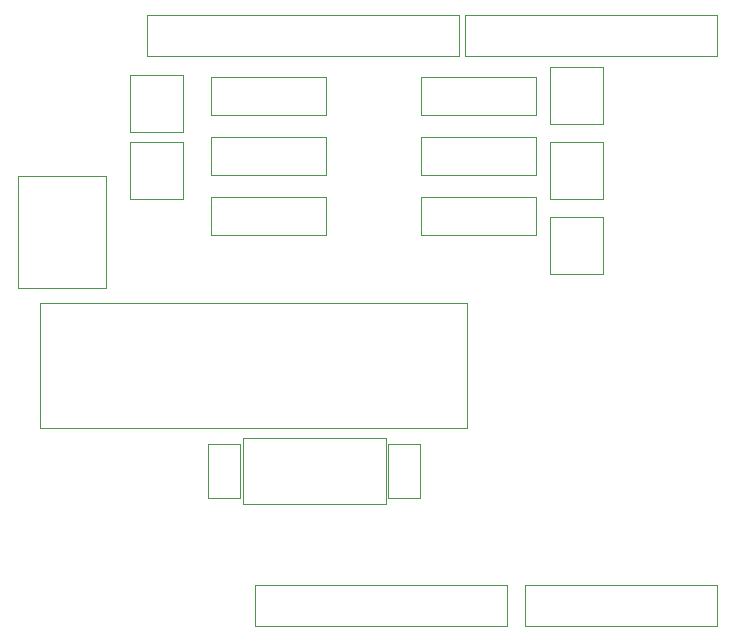
<source format=gbr>
G04 #@! TF.GenerationSoftware,KiCad,Pcbnew,(5.0.0)*
G04 #@! TF.CreationDate,2019-11-08T15:30:58-04:00*
G04 #@! TF.ProjectId,Nueva carpeta,4E7565766120636172706574612E6B69,rev?*
G04 #@! TF.SameCoordinates,Original*
G04 #@! TF.FileFunction,Other,User*
%FSLAX46Y46*%
G04 Gerber Fmt 4.6, Leading zero omitted, Abs format (unit mm)*
G04 Created by KiCad (PCBNEW (5.0.0)) date 11/08/19 15:30:58*
%MOMM*%
%LPD*%
G01*
G04 APERTURE LIST*
%ADD10C,0.050000*%
G04 APERTURE END LIST*
D10*
G04 #@! TO.C,D5*
X131028000Y-78860000D02*
X126528000Y-78860000D01*
X126528000Y-78860000D02*
X126528000Y-83710000D01*
X126528000Y-83710000D02*
X131028000Y-83710000D01*
X131028000Y-83710000D02*
X131028000Y-78860000D01*
G04 #@! TO.C,R6*
X133443000Y-79045000D02*
X133443000Y-82245000D01*
X133443000Y-82245000D02*
X143193000Y-82245000D01*
X143193000Y-82245000D02*
X143193000Y-79045000D01*
X143193000Y-79045000D02*
X133443000Y-79045000D01*
G04 #@! TO.C,U1*
X118923000Y-108815000D02*
X155123000Y-108815000D01*
X155123000Y-108815000D02*
X155123000Y-98215000D01*
X155123000Y-98215000D02*
X118923000Y-98215000D01*
X118923000Y-98215000D02*
X118923000Y-108815000D01*
G04 #@! TO.C,SW1*
X117063000Y-96650000D02*
X117063000Y-96900000D01*
X117063000Y-96900000D02*
X117313000Y-96900000D01*
X124563000Y-96650000D02*
X124563000Y-96900000D01*
X124563000Y-96900000D02*
X124313000Y-96900000D01*
X124313000Y-87400000D02*
X124563000Y-87400000D01*
X124563000Y-87400000D02*
X124563000Y-87650000D01*
X117313000Y-87400000D02*
X117063000Y-87400000D01*
X117063000Y-87400000D02*
X117063000Y-87650000D01*
X124563000Y-87650000D02*
X124563000Y-96650000D01*
X117313000Y-87400000D02*
X124313000Y-87400000D01*
X117063000Y-96650000D02*
X117063000Y-87650000D01*
X124313000Y-96900000D02*
X117313000Y-96900000D01*
G04 #@! TO.C,C1*
X151083000Y-114715000D02*
X151083000Y-110115000D01*
X148383000Y-114715000D02*
X151083000Y-114715000D01*
X148383000Y-110115000D02*
X148383000Y-114715000D01*
X151083000Y-110115000D02*
X148383000Y-110115000D01*
G04 #@! TO.C,C2*
X135843000Y-110115000D02*
X133143000Y-110115000D01*
X133143000Y-110115000D02*
X133143000Y-114715000D01*
X133143000Y-114715000D02*
X135843000Y-114715000D01*
X135843000Y-114715000D02*
X135843000Y-110115000D01*
G04 #@! TO.C,Y1*
X148253000Y-115195000D02*
X148253000Y-109595000D01*
X148253000Y-109595000D02*
X136153000Y-109595000D01*
X136153000Y-109595000D02*
X136153000Y-115195000D01*
X136153000Y-115195000D02*
X148253000Y-115195000D01*
G04 #@! TO.C,D1*
X131028000Y-89425000D02*
X131028000Y-84575000D01*
X126528000Y-89425000D02*
X131028000Y-89425000D01*
X126528000Y-84575000D02*
X126528000Y-89425000D01*
X131028000Y-84575000D02*
X126528000Y-84575000D01*
G04 #@! TO.C,D2*
X162088000Y-89415000D02*
X166588000Y-89415000D01*
X166588000Y-89415000D02*
X166588000Y-84565000D01*
X166588000Y-84565000D02*
X162088000Y-84565000D01*
X162088000Y-84565000D02*
X162088000Y-89415000D01*
G04 #@! TO.C,D3*
X162088000Y-78215000D02*
X162088000Y-83065000D01*
X166588000Y-78215000D02*
X162088000Y-78215000D01*
X166588000Y-83065000D02*
X166588000Y-78215000D01*
X162088000Y-83065000D02*
X166588000Y-83065000D01*
G04 #@! TO.C,D4*
X162088000Y-95765000D02*
X166588000Y-95765000D01*
X166588000Y-95765000D02*
X166588000Y-90915000D01*
X166588000Y-90915000D02*
X162088000Y-90915000D01*
X162088000Y-90915000D02*
X162088000Y-95765000D01*
G04 #@! TO.C,R1*
X133443000Y-89205000D02*
X133443000Y-92405000D01*
X133443000Y-92405000D02*
X143193000Y-92405000D01*
X143193000Y-92405000D02*
X143193000Y-89205000D01*
X143193000Y-89205000D02*
X133443000Y-89205000D01*
G04 #@! TO.C,R5*
X160973000Y-89205000D02*
X151223000Y-89205000D01*
X160973000Y-92405000D02*
X160973000Y-89205000D01*
X151223000Y-92405000D02*
X160973000Y-92405000D01*
X151223000Y-89205000D02*
X151223000Y-92405000D01*
G04 #@! TO.C,R2*
X133443000Y-84125000D02*
X133443000Y-87325000D01*
X133443000Y-87325000D02*
X143193000Y-87325000D01*
X143193000Y-87325000D02*
X143193000Y-84125000D01*
X143193000Y-84125000D02*
X133443000Y-84125000D01*
G04 #@! TO.C,R4*
X160973000Y-79045000D02*
X151223000Y-79045000D01*
X160973000Y-82245000D02*
X160973000Y-79045000D01*
X151223000Y-82245000D02*
X160973000Y-82245000D01*
X151223000Y-79045000D02*
X151223000Y-82245000D01*
G04 #@! TO.C,R3*
X151223000Y-84125000D02*
X151223000Y-87325000D01*
X151223000Y-87325000D02*
X160973000Y-87325000D01*
X160973000Y-87325000D02*
X160973000Y-84125000D01*
X160973000Y-84125000D02*
X151223000Y-84125000D01*
G04 #@! TO.C,P1*
X137188000Y-122075000D02*
X137188000Y-125575000D01*
X158488000Y-122075000D02*
X158488000Y-125575000D01*
X137188000Y-122075000D02*
X158488000Y-122075000D01*
X137188000Y-125575000D02*
X158488000Y-125575000D01*
G04 #@! TO.C,P2*
X160048000Y-122075000D02*
X160048000Y-125575000D01*
X176248000Y-122075000D02*
X176248000Y-125575000D01*
X160048000Y-122075000D02*
X176248000Y-122075000D01*
X160048000Y-125575000D02*
X176248000Y-125575000D01*
G04 #@! TO.C,P3*
X128044000Y-73815000D02*
X128044000Y-77315000D01*
X154444000Y-73815000D02*
X154444000Y-77315000D01*
X128044000Y-73815000D02*
X154444000Y-73815000D01*
X128044000Y-77315000D02*
X154444000Y-77315000D01*
G04 #@! TO.C,P4*
X154968000Y-73815000D02*
X154968000Y-77315000D01*
X176268000Y-73815000D02*
X176268000Y-77315000D01*
X154968000Y-73815000D02*
X176268000Y-73815000D01*
X154968000Y-77315000D02*
X176268000Y-77315000D01*
G04 #@! TD*
M02*

</source>
